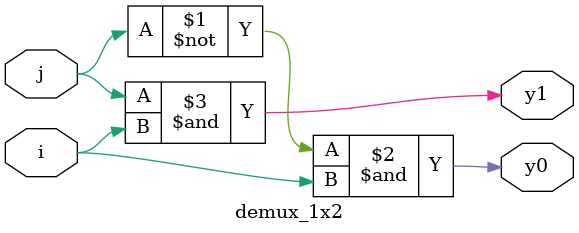
<source format=v>
module demux_1x2 (input wire i, j, output wire y0, y1);

assign y0 = ~j & i;
assign y1 = j & i;

endmodule
</source>
